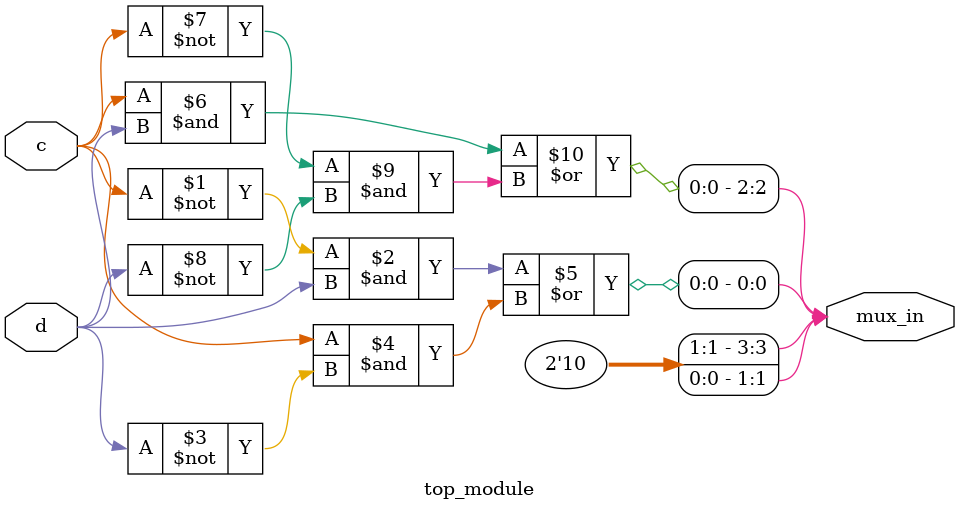
<source format=sv>
module top_module (
    input c,
    input d,
    output [3:0] mux_in
);

    // Generate mux_in signals based on the K-map
    assign mux_in[0] = (~c & d) | (c & ~d);
    assign mux_in[1] = 0;
    assign mux_in[2] = (c & d) | (~c & ~d);
    assign mux_in[3] = 1;

endmodule

</source>
